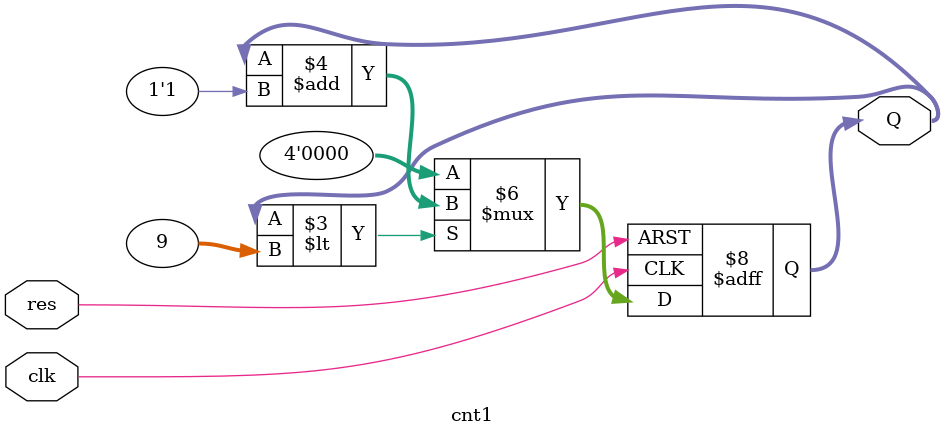
<source format=v>
module cnt1 #(parameter W = 9)
		     (clk, res, Q);
input clk, res;
output reg [3:0] Q;                                 

always @(posedge clk, negedge res)
	if (!res)
		Q<=0;
	else if (Q < W)
		Q<=Q+1'b1;
	else
		Q<=0;
 
endmodule  
</source>
